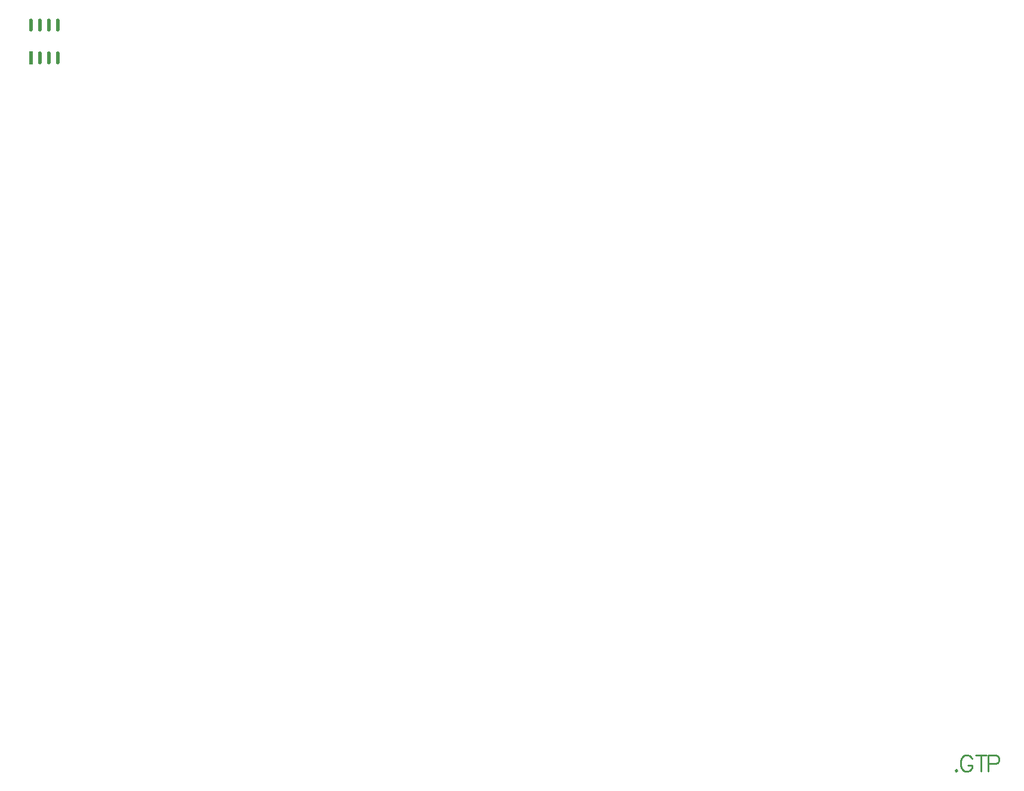
<source format=gtp>
G04*
G04 #@! TF.GenerationSoftware,Altium Limited,Altium Designer,23.11.1 (41)*
G04*
G04 Layer_Color=8421504*
%FSLAX25Y25*%
%MOIN*%
G70*
G04*
G04 #@! TF.SameCoordinates,DA4C2B11-B2A6-48E5-B279-5A3AD9B65692*
G04*
G04*
G04 #@! TF.FilePolarity,Positive*
G04*
G01*
G75*
%ADD15C,0.00900*%
%ADD16R,0.02134X0.07359*%
G04:AMPARAMS|DCode=17|XSize=73.59mil|YSize=21.34mil|CornerRadius=10.67mil|HoleSize=0mil|Usage=FLASHONLY|Rotation=90.000|XOffset=0mil|YOffset=0mil|HoleType=Round|Shape=RoundedRectangle|*
%AMROUNDEDRECTD17*
21,1,0.07359,0.00000,0,0,90.0*
21,1,0.05225,0.02134,0,0,90.0*
1,1,0.02134,0.00000,0.02612*
1,1,0.02134,0.00000,-0.02612*
1,1,0.02134,0.00000,-0.02612*
1,1,0.02134,0.00000,0.02612*
%
%ADD17ROUNDEDRECTD17*%
D15*
X676828Y-261943D02*
X676400Y-262371D01*
X676828Y-262800D01*
X677257Y-262371D01*
X676828Y-261943D01*
X685655Y-255944D02*
X685227Y-255087D01*
X684370Y-254230D01*
X683513Y-253802D01*
X681799D01*
X680942Y-254230D01*
X680085Y-255087D01*
X679657Y-255944D01*
X679228Y-257230D01*
Y-259372D01*
X679657Y-260658D01*
X680085Y-261515D01*
X680942Y-262371D01*
X681799Y-262800D01*
X683513D01*
X684370Y-262371D01*
X685227Y-261515D01*
X685655Y-260658D01*
Y-259372D01*
X683513D02*
X685655D01*
X690711Y-253802D02*
Y-262800D01*
X687712Y-253802D02*
X693711D01*
X694782Y-258515D02*
X698638D01*
X699924Y-258087D01*
X700352Y-257658D01*
X700780Y-256801D01*
Y-255516D01*
X700352Y-254659D01*
X699924Y-254230D01*
X698638Y-253802D01*
X694782D01*
Y-262800D01*
D16*
X160000Y135891D02*
D03*
D17*
X165000D02*
D03*
X170000D02*
D03*
X175000D02*
D03*
Y154109D02*
D03*
X170000D02*
D03*
X165000D02*
D03*
X160000D02*
D03*
M02*

</source>
